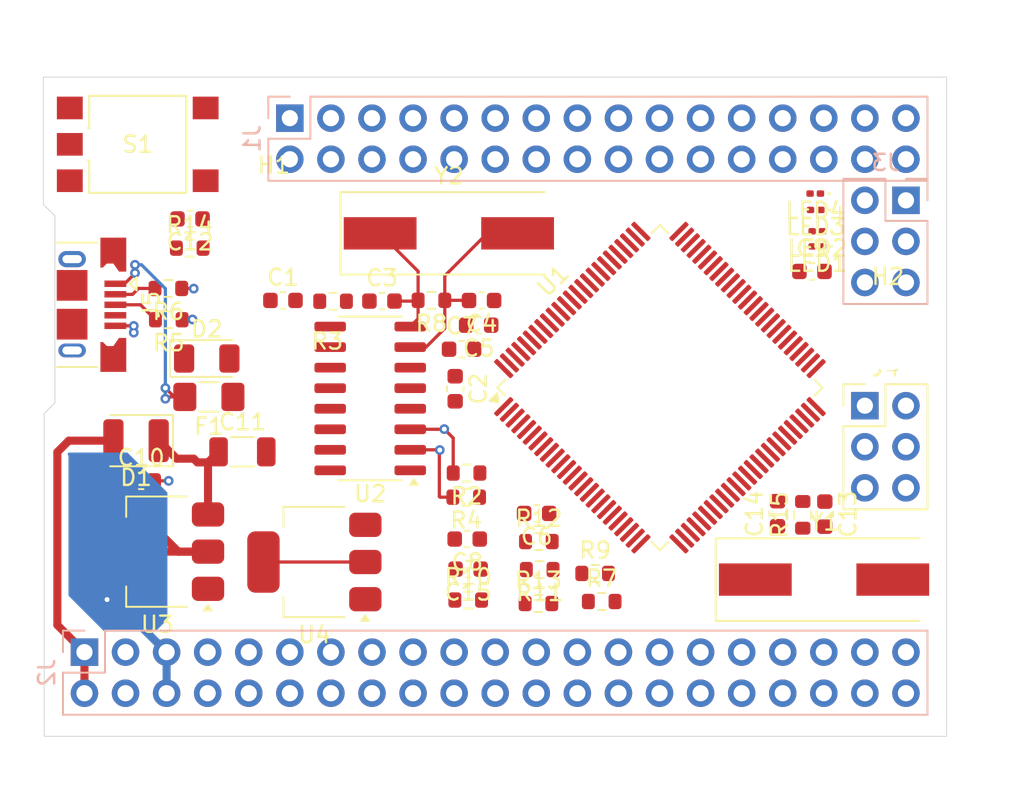
<source format=kicad_pcb>
(kicad_pcb (version 20241229) (generator "pcbnew") (generator_version "9.0")
  (layers (0 "F.Cu" signal) (2 "B.Cu" signal) (13 "F.Paste" user) (15 "B.Paste" user) (5 "F.SilkS" user "F.Silkscreen") (7 "B.SilkS" user "B.Silkscreen") (1 "F.Mask" user) (3 "B.Mask" user) (25 "Edge.Cuts" user))
  (net 0 "")
  (net 140 "Net-(D1-K)")
  (net 141 "+3.3V")
  (net 142 "GND")
  (net 143 "+5V")
  (net 144 "VIN")
  (net 145 "Net-(U2-~{DTR})")
  (net 146 "Reset")
  (net 147 "D1")
  (net 148 "M8RXD")
  (net 149 "D0")
  (net 150 "M8TXD")
  (net 152 "Net-(J5-D+)")
  (net 153 "Net-(J5-D-)")
  (net 154 "RD+")
  (net 155 "RD-")
  (net 156 "Net-(J5-VBUS)")
  (net 157 "Net-(U2-V3)")
  (net 158 "Net-(U2-XO)")
  (net 159 "Net-(U2-XI)")
  (net 160 "D45")
  (net 161 "D44")
  (net 162 "D13")
  (net 163 "/L-rx")
  (net 164 "/L-tx")
  (net 165 "/L-on")
  (net 166 "/L_13")
  (net 167 "Net-(U1-XTAL2)")
  (net 168 "Net-(U1-XTAL1)")
  (net 169 "D43")
  (net 170 "D48")
  (net 171 "D46")
  (net 172 "D49")
  (net 173 "D42")
  (net 174 "D47")
  (net 175 "D30")
  (net 176 "D28")
  (net 177 "D20")
  (net 178 "D21")
  (net 179 "D24")
  (net 180 "D26")
  (net 181 "D22")
  (net 182 "Net-(U1-AREF)")
  (net 183 "A2")
  (net 184 "A1")
  (net 185 "A3")
  (net 186 "A0")
  (net 187 "A15")
  (net 188 "A11")
  (net 189 "A10")
  (net 190 "A13")
  (net 191 "A12")
  (net 192 "A4")
  (net 193 "A14")
  (net 194 "A6")
  (net 195 "A9")
  (net 196 "A7")
  (net 197 "A8")
  (net 198 "A5")
  (footprint "Fuse:Fuse_1206_3216Metric_Pad1.42x1.75mm_HandSolder" (layer "F.Cu") (at 58.493 68.0368 180)
    (property "Reference" "F1")
    (property "Value" "Polyfuse")
  )
  (footprint "Crystal:Crystal_SMD_HC49-SD" (layer "F.Cu") (at 96.5346 79.333)
    (property "Reference" "Y1")
    (property "Value" "16 MHz")
  )
  (footprint "Diode_SMD:D_1206_3216Metric" (layer "F.Cu") (at 58.3616 65.663)
    (property "Reference" "D2")
    (property "Value" "D")
  )
  (footprint "Resistor_SMD:R_0603_1608Metric" (layer "F.Cu") (at 82.785 80.6888)
    (property "Reference" "R7")
    (property "Value" "---")
  )
  (footprint "Capacitor_SMD:C_0603_1608Metric" (layer "F.Cu") (at 74.5236 78.6846 180)
    (property "Reference" "C15")
    (property "Value" "100n")
  )
  (footprint "Capacitor_SMD:C_1206_3216Metric" (layer "F.Cu") (at 60.5672 71.4338)
    (property "Reference" "C11")
    (property "Value" "10M")
  )
  (footprint "MountingHole:MountingHole_3.2mm_M3" (layer "F.Cu") (at 100.4824 64.7954)
    (property "Reference" "H2")
    (property "Value" "MountingHole")
  )
  (footprint "Capacitor_SMD:C_0603_1608Metric" (layer "F.Cu") (at 93.659 75.2602 90)
    (property "Reference" "C14")
    (property "Value" "100n")
  )
  (footprint "Capacitor_SMD:C_0603_1608Metric" (layer "F.Cu") (at 54.3084 73.2282)
    (property "Reference" "C10")
    (property "Value" "100n")
  )
  (footprint "Resistor_SMD:R_0603_1608Metric" (layer "F.Cu") (at 57.3088 58.838)
    (property "Reference" "R14")
    (property "Value" "103")
  )
  (footprint "Resistor_SMD:R_0603_1608Metric" (layer "F.Cu") (at 56.0134 63.2644 180)
    (property "Reference" "R5")
    (property "Value" "220")
  )
  (footprint "Resistor_SMD:R_0603_1608Metric" (layer "F.Cu") (at 95.2176 75.33 90)
    (property "Reference" "R15")
    (property "Value" "105")
  )
  (footprint "LED_SMD:LED_0201_0603Metric" (layer "F.Cu") (at 96.1188 58.7308 180)
    (property "Reference" "LED1")
    (property "Value" "LED")
  )
  (footprint "Resistor_SMD:R_0603_1608Metric" (layer "F.Cu") (at 82.3786 78.9524)
    (property "Reference" "R9")
    (property "Value" "---")
  )
  (footprint "MountingHole:MountingHole_3.2mm_M3" (layer "F.Cu") (at 62.5094 57.912)
    (property "Reference" "H1")
    (property "Value" "MountingHole")
  )
  (footprint "Connector_USB:USB_Micro-B_XKB_U254-051T-4BH83-F1S" (layer "F.Cu") (at 50.425 62.3402 -90)
    (property "Reference" "J5")
    (property "Value" "USB_B_Micro")
  )
  (footprint "Resistor_SMD:R_0603_1608Metric" (layer "F.Cu") (at 66.1734 62.1214 180)
    (property "Reference" "R3")
    (property "Value" "102")
  )
  (footprint "Capacitor_SMD:C_0603_1608Metric" (layer "F.Cu") (at 74.4696 76.8258 180)
    (property "Reference" "C8")
    (property "Value" "100n")
  )
  (footprint "Capacitor_SMD:C_0603_1608Metric" (layer "F.Cu") (at 74.1204 65.0886)
    (property "Reference" "C7")
    (property "Value" "100n")
  )
  (footprint "Package_TO_SOT_SMD:SOT-223-3_TabPin2" (layer "F.Cu") (at 65.0186 78.2466 180)
    (property "Reference" "U4")
    (property "Value" "AMS1117-3.3")
  )
  (footprint "Crystal:Crystal_SMD_HC49-SD" (layer "F.Cu") (at 73.334 57.9208)
    (property "Reference" "Y2")
    (property "Value" "12 MHz")
  )
  (footprint "Capacitor_SMD:C_0603_1608Metric" (layer "F.Cu") (at 63.0746 62.0706)
    (property "Reference" "C1")
    (property "Value" "100n")
  )
  (footprint "LED_SMD:LED_0201_0603Metric" (layer "F.Cu") (at 96.1188 57.7936 180)
    (property "Reference" "LED2")
    (property "Value" "LED")
  )
  (footprint "Resistor_SMD:R_0603_1608Metric" (layer "F.Cu") (at 72.2566 62.0638 180)
    (property "Reference" "R8")
    (property "Value" "105")
  )
  (footprint "Capacitor_SMD:C_0603_1608Metric" (layer "F.Cu") (at 75.3554 62.073 180)
    (property "Reference" "C4")
    (property "Value" "100n")
  )
  (footprint "Capacitor_SMD:C_0603_1608Metric" (layer "F.Cu") (at 57.3278 57.03 180)
    (property "Reference" "C12")
    (property "Value" "100n")
  )
  (footprint "Capacitor_SMD:C_0603_1608Metric" (layer "F.Cu") (at 69.196 62.1122)
    (property "Reference" "C3")
    (property "Value" "100n")
  )
  (footprint "Package_TO_SOT_SMD:SOT-223-3_TabPin2" (layer "F.Cu") (at 55.2904 77.6054 180)
    (property "Reference" "U3")
    (property "Value" "AMS1117-5.0")
  )
  (footprint "Diode_SMD:D_1210_3225Metric" (layer "F.Cu") (at 53.99 70.743 180)
    (property "Reference" "D1")
    (property "Value" "D")
  )
  (footprint "Resistor_SMD:R_0603_1608Metric" (layer "F.Cu") (at 74.53 80.5988)
    (property "Reference" "R10")
    (property "Value" "682")
  )
  (footprint "Resistor_SMD:R_0603_1608Metric" (layer "F.Cu") (at 74.4284 72.744 180)
    (property "Reference" "R2")
    (property "Value" "220")
  )
  (footprint "Package_SO:SOIC-16_3.9x9.9mm_P1.27mm" (layer "F.Cu") (at 68.4696 68.133 180)
    (property "Reference" "U2")
    (property "Value" "CH340G")
  )
  (footprint "Arduino Mega 2560:SW_TS06-667-30-BK-100-G-SMT-TR" (layer "F.Cu") (at 54.0938 52.4184)
    (property "Reference" "S1")
    (property "Value" "TS06-667-30-BK-100-G-SMT-TR")
  )
  (footprint "Package_QFP:TQFP-100_14x14mm_P0.5mm" (layer "F.Cu") (at 86.3854 67.4624 45)
    (property "Reference" "U1")
    (property "Value" "ATMEGA2560-16AU")
  )
  (footprint "Resistor_SMD:R_0603_1608Metric" (layer "F.Cu") (at 78.9496 78.7146 180)
    (property "Reference" "R11")
    (property "Value" "682")
  )
  (footprint "Capacitor_SMD:C_0603_1608Metric" (layer "F.Cu") (at 78.7622 75.2418 180)
    (property "Reference" "C6")
    (property "Value" "100n")
  )
  (footprint "Capacitor_SMD:C_0603_1608Metric" (layer "F.Cu") (at 73.7246 67.5322 -90)
    (property "Reference" "C2")
    (property "Value" "100n")
  )
  (footprint "LED_SMD:LED_0201_0603Metric" (layer "F.Cu") (at 96.0172 56.4754 180)
    (property "Reference" "LED3")
    (property "Value" "LED")
  )
  (footprint "LED_SMD:LED_0201_0603Metric" (layer "F.Cu") (at 95.9918 55.462 180)
    (property "Reference" "LED4")
    (property "Value" "LED")
  )
  (footprint "Capacitor_SMD:C_0603_1608Metric" (layer "F.Cu") (at 75.1776 63.6016 180)
    (property "Reference" "C5")
    (property "Value" "100n")
  )
  (footprint "Capacitor_SMD:C_0603_1608Metric" (layer "F.Cu") (at 96.5824 75.2856 -90)
    (property "Reference" "C13")
    (property "Value" "100n")
  )
  (footprint "Resistor_SMD:R_0603_1608Metric" (layer "F.Cu") (at 78.8988 76.9828)
    (property "Reference" "R12")
    (property "Value" "102")
  )
  (footprint "Resistor_SMD:R_0603_1608Metric" (layer "F.Cu") (at 55.988 61.3294 180)
    (property "Reference" "R6")
    (property "Value" "220")
  )
  (footprint "Capacitor_SMD:C_0603_1608Metric" (layer "F.Cu") (at 95.7866 60.2788)
    (property "Reference" "C9")
    (property "Value" "100n")
  )
  (footprint "Resistor_SMD:R_0603_1608Metric" (layer "F.Cu") (at 78.8734 80.8136)
    (property "Reference" "R13")
    (property "Value" "103")
  )
  (footprint "Resistor_SMD:R_0603_1608Metric" (layer "F.Cu") (at 74.405728 74.237053 180)
    (property "Reference" "R4")
    (property "Value" "220")
  )
  (footprint "Connector_PinHeader_2.54mm:PinHeader_2x03_P2.54mm_Vertical" (layer "F.Cu") (at 99.06 68.58)
    (property "Reference" "J4")
    (property "Value" "AVR-ISP-6")
  )
  (footprint "Connector_PinHeader_2.54mm:PinHeader_2x03_P2.54mm_Vertical" (layer "B.Cu") (at 101.6 55.88 180)
    (property "Reference" "J3")
    (property "Value" "Conn_02x03_Odd_Even")
  )
  (footprint "Connector_PinHeader_2.54mm:PinHeader_2x16_P2.54mm_Vertical" (layer "B.Cu") (at 63.5 50.8 -90)
    (property "Reference" "J1")
    (property "Value" "Conn_02x16_Odd_Even")
  )
  (footprint "Connector_PinHeader_2.54mm:PinHeader_2x21_P2.54mm_Vertical" (layer "B.Cu") (at 50.8 83.82 -90)
    (property "Reference" "J2")
    (property "Value" "Conn_02x21_Odd_Even")
  )
  (gr_poly (pts (xy 49.8602 71.5772) (xy 53.4162 71.5772) (xy 55.8292 73.9902) (xy 55.8292 81.7626) (xy 55.1434 82.4484) (xy 52.07 82.4484) (xy 49.911 80.2894) (xy 49.911 71.6026) (xy 49.8856 71.6026)) (stroke (width 0.2)) (fill yes) (layer "B.Cu") (net 143))
  (gr_line (start 48.9712 56.8452) (end 48.4632 56.3372) (stroke (width 0.05)) (layer "Edge.Cuts"))
  (gr_line (start 48.26 56.134) (end 48.26 48.26) (stroke (width 0.05)) (layer "Edge.Cuts"))
  (gr_line (start 48.3108 89.027) (end 48.3108 69.0626) (stroke (width 0.05)) (layer "Edge.Cuts"))
  (gr_line (start 104.1146 89.027) (end 48.3108 89.027) (stroke (width 0.05)) (layer "Edge.Cuts"))
  (gr_line (start 48.9712 68.4022) (end 48.9712 56.8452) (stroke (width 0.05)) (layer "Edge.Cuts"))
  (gr_line (start 48.3108 48.26) (end 104.1146 48.26) (stroke (width 0.05)) (layer "Edge.Cuts"))
  (gr_line (start 48.3108 69.0626) (end 48.9712 68.4022) (stroke (width 0.05)) (layer "Edge.Cuts"))
  (gr_line (start 104.1146 48.26) (end 104.1146 89.027) (stroke (width 0.05)) (layer "Edge.Cuts"))
  (gr_line (start 48.26 48.26) (end 48.3108 48.26) (stroke (width 0.05)) (layer "Edge.Cuts"))
  (gr_line (start 48.4632 56.3372) (end 48.26 56.134) (stroke (width 0.05)) (layer "Edge.Cuts"))
  (segment (start 58.4404 72.0856) (end 59.0922 71.4338) (width 0.5) (layer "F.Cu") (net 140))
  (segment (start 55.39 70.743) (end 56.5036 71.8566) (width 0.5) (layer "F.Cu") (net 140))
  (segment (start 56.5036 71.8566) (end 57.5564 71.8566) (width 0.5) (layer "F.Cu") (net 140))
  (segment (start 57.7854 72.0856) (end 58.4404 72.0856) (width 0.5) (layer "F.Cu") (net 140))
  (segment (start 58.4404 75.3054) (end 58.4404 72.0856) (width 0.5) (layer "F.Cu") (net 140))
  (segment (start 57.5564 71.8566) (end 57.7854 72.0856) (width 0.5) (layer "F.Cu") (net 140))
  (segment (start 61.8686 78.2466) (end 68.1686 78.2466) (width 0.2) (layer "F.Cu") (net 141))
  (segment (start 53.8358 63.6402) (end 53.848 63.6524) (width 0.2) (layer "F.Cu") (net 142))
  (segment (start 52.71 63.6402) (end 53.8358 63.6402) (width 0.2) (layer "F.Cu") (net 142))
  (segment (start 53.848 64.0588) (end 53.848 63.6524) (width 0.2) (layer "F.Cu") (net 142))
  (segment (start 55.0834 73.2282) (end 56.007 73.2282) (width 0.2) (layer "F.Cu") (net 142))
  (via (at 56.007 73.2282) (size 0.6) (drill 0.3) (layers "F.Cu" "B.Cu") (net 142))
  (via (at 53.848 64.0588) (size 0.6) (drill 0.3) (layers "F.Cu" "B.Cu") (net 142))
  (via (at 53.848 63.6524) (size 0.6) (drill 0.3) (layers "F.Cu" "B.Cu") (net 142))
  (segment (start 53.5334 73.2946) (end 53.5334 74.5392) (width 0.5) (layer "F.Cu") (net 143))
  (segment (start 52.1404 77.6054) (end 58.4404 77.6054) (width 0.5) (layer "F.Cu") (net 143))
  (segment (start 53.5334 73.2282) (end 53.5334 73.2946) (width 0.2) (layer "F.Cu") (net 143))
  (segment (start 53.5334 74.5392) (end 56.5996 77.6054) (width 0.5) (layer "F.Cu") (net 143))
  (segment (start 57.8442 77.6054) (end 58.4404 77.6054) (width 0.2) (layer "F.Cu") (net 143))
  (segment (start 56.5996 77.6054) (end 57.8442 77.6054) (width 0.5) (layer "F.Cu") (net 143))
  (segment (start 52.1404 77.6054) (end 52.1404 80.5122) (width 0.5) (layer "F.Cu") (net 143))
  (segment (start 52.1404 80.5122) (end 52.197 80.5688) (width 0.2) (layer "F.Cu") (net 143))
  (via (at 52.197 80.5688) (size 0.6) (drill 0.3) (layers "F.Cu" "B.Cu") (net 143))
  (segment (start 55.88 83.82) (end 55.88 86.36) (width 0.5) (layer "B.Cu") (net 143))
  (segment (start 52.197 80.5688) (end 52.8447 79.9211) (width 0.2) (layer "B.Cu") (net 143))
  (segment (start 52.8447 80.7847) (end 55.88 83.82) (width 0.5) (layer "B.Cu") (net 143))
  (segment (start 52.8447 79.9211) (end 52.8447 80.7847) (width 0.2) (layer "B.Cu") (net 143))
  (segment (start 50.8 86.36) (end 50.8 83.82) (width 0.5) (layer "F.Cu") (net 144))
  (segment (start 49.8308 70.743) (end 49.1236 71.4502) (width 0.5) (layer "F.Cu") (net 144))
  (segment (start 49.1236 71.4502) (end 49.1236 82.1436) (width 0.5) (layer "F.Cu") (net 144))
  (segment (start 49.1236 82.1436) (end 50.8 83.82) (width 0.5) (layer "F.Cu") (net 144))
  (segment (start 52.59 70.743) (end 49.8308 70.743) (width 0.5) (layer "F.Cu") (net 144))
  (segment (start 73.6034 70.5808) (end 73.6034 72.7186) (width 0.2) (layer "F.Cu") (net 148))
  (segment (start 73.0402 70.038) (end 73.0504 70.0278) (width 0.2) (layer "F.Cu") (net 148))
  (segment (start 73.0504 70.0278) (end 73.6034 70.5808) (width 0.2) (layer "F.Cu") (net 148))
  (segment (start 70.9446 70.038) (end 73.0402 70.038) (width 0.2) (layer "F.Cu") (net 148))
  (via (at 73.0504 70.0278) (size 0.6) (drill 0.3) (layers "F.Cu" "B.Cu") (net 148))
  (segment (start 72.7558 71.308) (end 72.771 71.3232) (width 0.2) (layer "F.Cu") (net 150))
  (segment (start 70.9446 71.308) (end 72.7558 71.308) (width 0.2) (layer "F.Cu") (net 150))
  (segment (start 72.7456 74.1934) (end 72.7456 71.3486) (width 0.2) (layer "F.Cu") (net 150))
  (segment (start 73.580728 74.237053) (end 72.789253 74.237053) (width 0.2) (layer "F.Cu") (net 150))
  (segment (start 72.7456 71.3486) (end 72.771 71.3232) (width 0.2) (layer "F.Cu") (net 150))
  (segment (start 72.789253 74.237053) (end 72.7456 74.1934) (width 0.2) (layer "F.Cu") (net 150))
  (via (at 72.771 71.3232) (size 0.6) (drill 0.3) (layers "F.Cu" "B.Cu") (net 150))
  (segment (start 52.71 62.3402) (end 54.2642 62.3402) (width 0.2) (layer "F.Cu") (net 152))
  (segment (start 54.2642 62.3402) (end 55.1884 63.2644) (width 0.2) (layer "F.Cu") (net 152))
  (segment (start 52.7164 61.6966) (end 53.7718 61.6966) (width 0.2) (layer "F.Cu") (net 153))
  (segment (start 54.139 61.3294) (end 55.163 61.3294) (width 0.2) (layer "F.Cu") (net 153))
  (segment (start 52.71 61.6902) (end 52.7164 61.6966) (width 0.2) (layer "F.Cu") (net 153))
  (segment (start 55.107 61.3854) (end 55.163 61.3294) (width 0.2) (layer "F.Cu") (net 153))
  (segment (start 53.7718 61.6966) (end 54.139 61.3294) (width 0.2) (layer "F.Cu") (net 153))
  (segment (start 57.4618 63.2644) (end 57.4802 63.246) (width 0.2) (layer "F.Cu") (net 154))
  (segment (start 56.8384 63.2644) (end 57.4618 63.2644) (width 0.2) (layer "F.Cu") (net 154))
  (via (at 57.4802 63.246) (size 0.6) (drill 0.3) (layers "F.Cu" "B.Cu") (net 154))
  (segment (start 57.5448 61.3294) (end 57.5564 61.341) (width 0.2) (layer "F.Cu") (net 155))
  (segment (start 56.813 61.3294) (end 57.5448 61.3294) (width 0.2) (layer "F.Cu") (net 155))
  (via (at 57.5564 61.341) (size 0.6) (drill 0.3) (layers "F.Cu" "B.Cu") (net 155))
  (segment (start 57.0055 68.0368) (end 56.3528 68.0368) (width 0.2) (layer "F.Cu") (net 156))
  (segment (start 53.2852 61.0402) (end 53.9242 60.4012) (width 0.2) (layer "F.Cu") (net 156))
  (segment (start 55.8038 67.4878) (end 55.8038 68.1482) (width 0.2) (layer "F.Cu") (net 156))
  (segment (start 55.9152 68.0368) (end 55.8038 68.1482) (width 0.2) (layer "F.Cu") (net 156))
  (segment (start 56.3528 68.0368) (end 55.8038 67.4878) (width 0.2) (layer "F.Cu") (net 156))
  (segment (start 57.0055 68.0368) (end 55.9152 68.0368) (width 0.2) (layer "F.Cu") (net 156))
  (segment (start 53.9242 60.4012) (end 53.9242 60.3758) (width 0.2) (layer "F.Cu") (net 156))
  (segment (start 52.71 61.0402) (end 53.2852 61.0402) (width 0.2) (layer "F.Cu") (net 156))
  (via (at 53.9242 60.3758) (size 0.6) (drill 0.3) (layers "F.Cu" "B.Cu") (net 156))
  (via (at 55.8038 67.4878) (size 0.6) (drill 0.3) (layers "F.Cu" "B.Cu") (net 156))
  (via (at 55.8038 68.1482) (size 0.6) (drill 0.3) (layers "F.Cu" "B.Cu") (net 156))
  (via (at 53.9242 59.8678) (size 0.6) (drill 0.3) (layers "F.Cu" "B.Cu") (net 156))
  (segment (start 54.3306 59.8678) (end 53.9242 59.8678) (width 0.2) (layer "B.Cu") (net 156))
  (segment (start 55.8038 61.341) (end 54.3306 59.8678) (width 0.2) (layer "B.Cu") (net 156))
  (segment (start 55.8038 68.1482) (end 55.8038 61.341) (width 0.2) (layer "B.Cu") (net 156))
  (segment (start 53.9242 60.3758) (end 53.9242 59.8678) (width 0.2) (layer "B.Cu") (net 156))
  (segment (start 71.4316 62.0638) (end 71.4316 60.2684) (width 0.2) (layer "F.Cu") (net 158))
  (segment (start 69.971 62.1122) (end 71.3832 62.1122) (width 0.2) (layer "F.Cu") (net 158))
  (segment (start 71.4316 63.201) (end 70.9446 63.688) (width 0.2) (layer "F.Cu") (net 158))
  (segment (start 71.3832 62.1122) (end 71.4316 62.0638) (width 0.2) (layer "F.Cu") (net 158))
  (segment (start 71.4316 60.2684) (end 69.084 57.9208) (width 0.2) (layer "F.Cu") (net 158))
  (segment (start 71.4316 62.0638) (end 71.4316 63.201) (width 0.2) (layer "F.Cu") (net 158))
  (segment (start 73.0816 62.0638) (end 74.5712 62.0638) (width 0.2) (layer "F.Cu") (net 159))
  (segment (start 73.0816 62.0638) (end 73.0816 63.795999) (width 0.2) (layer "F.Cu") (net 159))
  (segment (start 73.0816 60.5478) (end 75.7086 57.9208) (width 0.2) (layer "F.Cu") (net 159))
  (segment (start 71.919599 64.958) (end 70.9446 64.958) (width 0.2) (layer "F.Cu") (net 159))
  (segment (start 75.7086 57.9208) (end 77.584 57.9208) (width 0.2) (layer "F.Cu") (net 159))
  (segment (start 74.5712 62.0638) (end 74.5804 62.073) (width 0.2) (layer "F.Cu") (net 159))
  (segment (start 73.0816 63.795999) (end 71.919599 64.958) (width 0.2) (layer "F.Cu") (net 159))
  (segment (start 73.0816 62.0638) (end 73.0816 60.5478) (width 0.2) (layer "F.Cu") (net 159))
)
</source>
